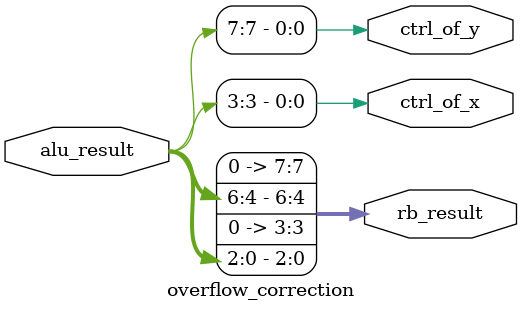
<source format=sv>
`timescale 1ns / 1ps

module overflow_correction
#(
    parameter WIDTH = 8
)
(
    input  logic [WIDTH-1:0] alu_result,
    output logic [WIDTH-1:0] rb_result,
    output logic             ctrl_of_x,
    output logic             ctrl_of_y
);

    // assign rb_result = '{'b0, '{alu_result[6]}, '{alu_result[5]}, '{alu_result[4]}, '{alu_result[4]}, '{alu_result[2]}, '{alu_result[1]}, '{alu_result[0]}};
    assign rb_result[7] = 'b0;
    assign rb_result[6] = alu_result[6];
    assign rb_result[5] = alu_result[5];
    assign rb_result[4] = alu_result[4];
    assign rb_result[3] = 'b0;
    assign rb_result[2] = alu_result[2];
    assign rb_result[1] = alu_result[1];
    assign rb_result[0] = alu_result[0];

    assign ctrl_of_y = alu_result[WIDTH - 1];
    assign ctrl_of_x = alu_result[WIDTH / 2 - 1];
endmodule
</source>
